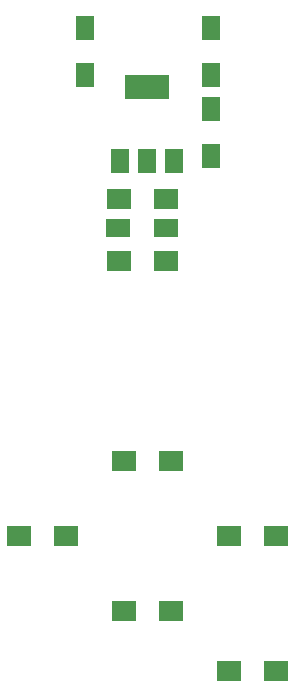
<source format=gbr>
G04 #@! TF.FileFunction,Paste,Bot*
%FSLAX46Y46*%
G04 Gerber Fmt 4.6, Leading zero omitted, Abs format (unit mm)*
G04 Created by KiCad (PCBNEW 4.0.4-stable) date 04/22/19 13:39:38*
%MOMM*%
%LPD*%
G01*
G04 APERTURE LIST*
%ADD10C,0.100000*%
%ADD11R,1.600000X2.000000*%
%ADD12R,2.000000X1.600000*%
%ADD13R,2.000000X1.700000*%
%ADD14R,3.800000X2.000000*%
%ADD15R,1.500000X2.000000*%
G04 APERTURE END LIST*
D10*
D11*
X98247200Y-91128600D03*
X98247200Y-87128600D03*
X108915200Y-91128600D03*
X108915200Y-87128600D03*
D12*
X101035100Y-104101900D03*
X105035100Y-104101900D03*
D11*
X108915200Y-93986600D03*
X108915200Y-97986600D03*
D13*
X105085900Y-106883200D03*
X101085900Y-106883200D03*
X101098600Y-101612700D03*
X105098600Y-101612700D03*
D14*
X103466900Y-92100000D03*
D15*
X103466900Y-98400000D03*
X101166900Y-98400000D03*
X105766900Y-98400000D03*
D13*
X110395000Y-141605000D03*
X114395000Y-141605000D03*
X96615000Y-130175000D03*
X92615000Y-130175000D03*
X101505000Y-123825000D03*
X105505000Y-123825000D03*
X114395000Y-130175000D03*
X110395000Y-130175000D03*
X101505000Y-136525000D03*
X105505000Y-136525000D03*
M02*

</source>
